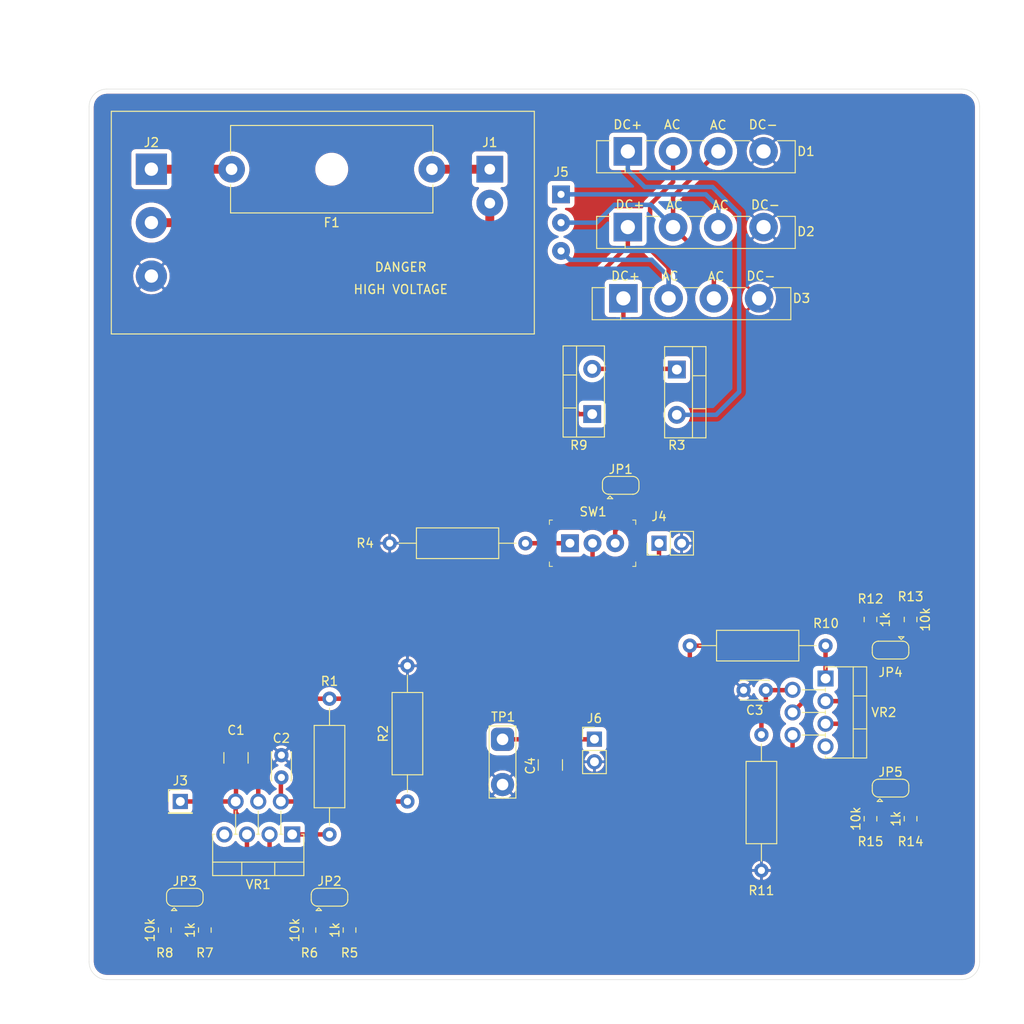
<source format=kicad_pcb>
(kicad_pcb (version 20171130) (host pcbnew "(5.1.5)-3")
  (layers (0 F.Cu signal) (31 B.Cu signal) (34 B.Paste user) (35 F.Paste user) (36 B.SilkS user) (37 F.SilkS user) (38 B.Mask user) (39 F.Mask user) (44 Edge.Cuts user))
  (net 0 "")
  (net 1 GND)
  (net 2 /IN)
  (net 3 "Net-(C2-Pad1)")
  (net 4 "Net-(C3-Pad1)")
  (net 5 "Net-(D1-Pad1)")
  (net 6 "Net-(D1-Pad2)")
  (net 7 "Net-(D1-Pad3)")
  (net 8 "Net-(D2-Pad1)")
  (net 9 "Net-(D2-Pad3)")
  (net 10 "Net-(D3-Pad1)")
  (net 11 "Net-(J4-Pad1)")
  (net 12 "Net-(JP1-Pad2)")
  (net 13 "Net-(JP1-Pad3)")
  (net 14 /ImonVR1)
  (net 15 "Net-(JP2-Pad3)")
  (net 16 "Net-(JP2-Pad1)")
  (net 17 /TEMP1)
  (net 18 "Net-(JP3-Pad3)")
  (net 19 "Net-(JP3-Pad1)")
  (net 20 /ImonVR2)
  (net 21 "Net-(JP4-Pad3)")
  (net 22 "Net-(JP4-Pad1)")
  (net 23 /TEMP2)
  (net 24 "Net-(JP5-Pad3)")
  (net 25 "Net-(JP5-Pad1)")
  (net 26 /OUT)
  (net 27 "Net-(R1-Pad1)")
  (net 28 "Net-(R4-Pad1)")
  (net 29 "Net-(R10-Pad1)")
  (net 30 "Net-(VR1-Pad7)")
  (net 31 "Net-(VR2-Pad7)")
  (net 32 /MHPF)
  (net 33 /MHPOF)
  (net 34 /MN)
  (module Symbol:Symbol_HighVoltage_Type2_CopperTop_VerySmall (layer F.Cu) (at 106.75 73.5)
    (fp_text reference REF** hide)
    (fp_text value Symbol_HighVoltage_Type2_CopperTop_VerySmall hide)
    (fp_line (start -4.699 2.794) (end 0 -4.191) (layer F.Cu) (width 0.381))
    (fp_line (start 4.699 2.794) (end -4.699 2.794) (layer F.Cu) (width 0.381))
    (fp_line (start 0 -4.191) (end 4.699 2.794) (layer F.Cu) (width 0.381))
    (fp_line (start -0.49784 2.19964) (end -0.59944 1.30048) (layer F.Cu) (width 0.381))
    (fp_line (start 0.29972 -0.59944) (end -0.49784 2.19964) (layer F.Cu) (width 0.381))
    (fp_line (start -0.89916 0.20066) (end 0.29972 -0.59944) (layer F.Cu) (width 0.381))
    (fp_line (start -0.09906 -2.79908) (end -0.89916 0.20066) (layer F.Cu) (width 0.381))
    (fp_line (start -0.49784 2.19964) (end 0.1016 1.50114) (layer F.Cu) (width 0.381))
    (fp_line (start -0.89916 0.20066) (end 0.40132 -2.60096) (layer F.Cu) (width 0.381))
    (fp_line (start 0.70104 -0.89916) (end 0.1016 -0.50038) (layer F.Cu) (width 0.381))
    (fp_line (start -0.49784 2.19964) (end 0.70104 -0.89916) (layer F.Cu) (width 0.381))
  )
  (module Resistor_THT:R_Axial_DIN0309_L9.0mm_D3.2mm_P15.24mm_Horizontal (layer F.Cu) (at 120.75 130 90)
    (fp_text reference R2 (at 7.62 -2.72 90) (layer F.SilkS))
    (fp_text value 100k)
    (pad 2 thru_hole oval (at 15.24 0 90) (size 1.6 1.6) (drill 0.8) (layers *.Cu *.Mask) (net 1 GND))
    (pad 1 thru_hole circle (at 0 0 90) (size 1.6 1.6) (drill 0.8) (layers *.Cu *.Mask) (net 3 "Net-(C2-Pad1)"))
  )
  (module Resistor_THT:R_Axial_DIN0309_L9.0mm_D3.2mm_P15.24mm_Horizontal (layer F.Cu) (at 160.5 122.5 270)
    (fp_text reference R11 (at 17.5 0 180) (layer F.SilkS))
    (fp_text value 100k)
    (pad 2 thru_hole oval (at 15.24 0 270) (size 1.6 1.6) (drill 0.8) (layers *.Cu *.Mask) (net 1 GND))
    (pad 1 thru_hole circle (at 0 0 270) (size 1.6 1.6) (drill 0.8) (layers *.Cu *.Mask) (net 4 "Net-(C3-Pad1)"))
  )
  (module Resistor_THT:R_Axial_DIN0309_L9.0mm_D3.2mm_P15.24mm_Horizontal (layer F.Cu) (at 112 133.7 90)
    (fp_text reference R1 (at 17.2 0 180) (layer F.SilkS))
    (fp_text value 3.3k)
    (pad 2 thru_hole oval (at 15.24 0 90) (size 1.6 1.6) (drill 0.8) (layers *.Cu *.Mask) (net 26 /OUT))
    (pad 1 thru_hole circle (at 0 0 90) (size 1.6 1.6) (drill 0.8) (layers *.Cu *.Mask) (net 27 "Net-(R1-Pad1)"))
  )
  (module Resistor_THT:R_Axial_DIN0309_L9.0mm_D3.2mm_P15.24mm_Horizontal (layer F.Cu) (at 167.7 112.5 180)
    (fp_text reference R10 (at -0.05 2.5) (layer F.SilkS))
    (fp_text value 3.3k)
    (pad 2 thru_hole oval (at 15.24 0 180) (size 1.6 1.6) (drill 0.8) (layers *.Cu *.Mask) (net 26 /OUT))
    (pad 1 thru_hole circle (at 0 0 180) (size 1.6 1.6) (drill 0.8) (layers *.Cu *.Mask) (net 29 "Net-(R10-Pad1)"))
  )
  (module TestPoint:TestPoint_2Pads_Pitch5.08mm_Drill1.3mm (layer F.Cu) (at 131.43 123.02 270)
    (fp_text reference TP1 (at -2.52 -0.07 180) (layer F.SilkS))
    (fp_text value TestPoint_2Pole)
    (pad 2 thru_hole circle (at 5.08 0 270) (size 2.6 2.6) (drill 1.3) (layers *.Cu *.Mask) (net 1 GND))
    (pad 1 thru_hole roundrect (at 0 0 270) (size 2.6 2.6) (drill 1.3) (layers *.Cu *.Mask) (net 26 /OUT))
  )
  (module Connector_PinHeader_2.54mm:PinHeader_1x02_P2.54mm_Vertical (layer F.Cu) (at 141.75 123)
    (fp_text reference J6 (at 0 -2.33) (layer F.SilkS))
    (fp_text value Conn_01x02_Female)
    (pad 2 thru_hole oval (at 0 2.54) (size 1.7 1.7) (drill 1) (layers *.Cu *.Mask) (net 1 GND))
    (pad 1 thru_hole rect (at 0 0) (size 1.7 1.7) (drill 1) (layers *.Cu *.Mask) (net 26 /OUT))
  )
  (module Capacitor_SMD:C_1210_3225Metric (layer F.Cu) (at 136.8 125.9 270)
    (fp_text reference C4 (at 0.1 2.25 90) (layer F.SilkS))
    (fp_text value 10uF)
    (pad 2 smd roundrect (at 1.4 0 270) (size 1.25 2.65) (layers F.Cu F.Paste F.Mask) (roundrect_rratio 0.2) (net 1 GND))
    (pad 1 smd roundrect (at -1.4 0 270) (size 1.25 2.65) (layers F.Cu F.Paste F.Mask) (roundrect_rratio 0.2) (net 26 /OUT))
  )
  (module Package_TO_SOT_THT:TO-220-2_Vertical (layer F.Cu) (at 141.5 86.5 90)
    (fp_text reference R9 (at -3.5 -1.5 180) (layer F.SilkS))
    (fp_text value 0.1Ω)
    (pad 2 thru_hole oval (at 5.08 0 90) (size 2 2) (drill 1.1) (layers *.Cu *.Mask) (net 13 "Net-(JP1-Pad3)"))
    (pad 1 thru_hole rect (at 0 0 90) (size 2 2) (drill 1.1) (layers *.Cu *.Mask) (net 8 "Net-(D2-Pad1)"))
  )
  (module Package_TO_SOT_THT:TO-220-2_Vertical (layer F.Cu) (at 151 81.5 270)
    (fp_text reference R3 (at 8.5 0 180) (layer F.SilkS))
    (fp_text value 0.1Ω)
    (pad 2 thru_hole oval (at 5.08 0 270) (size 2 2) (drill 1.1) (layers *.Cu *.Mask) (net 5 "Net-(D1-Pad1)"))
    (pad 1 thru_hole rect (at 0 0 270) (size 2 2) (drill 1.1) (layers *.Cu *.Mask) (net 13 "Net-(JP1-Pad3)"))
  )
  (module Connector_Wire:SolderWirePad_1x03_P4.445mm_Drill1.5mm (layer F.Cu) (at 92 62 270)
    (fp_text reference J2 (at -6 0) (layer F.SilkS))
    (fp_text value AC_IN)
    (pad 3 thru_hole circle (at 9 0 270) (size 3.50012 3.50012) (drill 1.50114) (layers *.Cu *.Mask) (net 1 GND))
    (pad 2 thru_hole circle (at 3 0 270) (size 3.50012 3.50012) (drill 1.50114) (layers *.Cu *.Mask) (net 34 /MN))
    (pad 1 thru_hole rect (at -3 0 270) (size 3.50012 3.50012) (drill 1.50114) (layers *.Cu *.Mask) (net 32 /MHPF))
  )
  (module Package_TO_SOT_THT:TO-220-7_P2.54x3.7mm_StaggerEven_Lead3.8mm_Vertical (layer F.Cu) (at 167.7 116.19 270)
    (fp_text reference VR2 (at 3.81 -6.55 180) (layer F.SilkS))
    (fp_text value LT3081)
    (pad 7 thru_hole oval (at 7.62 0 270) (size 1.8 1.8) (drill 1.1) (layers *.Cu *.Mask) (net 31 "Net-(VR2-Pad7)"))
    (pad 6 thru_hole oval (at 6.35 3.7 270) (size 1.8 1.8) (drill 1.1) (layers *.Cu *.Mask) (net 2 /IN))
    (pad 5 thru_hole oval (at 5.08 0 270) (size 1.8 1.8) (drill 1.1) (layers *.Cu *.Mask) (net 23 /TEMP2))
    (pad 4 thru_hole oval (at 3.81 3.7 270) (size 1.8 1.8) (drill 1.1) (layers *.Cu *.Mask) (net 26 /OUT))
    (pad 3 thru_hole oval (at 2.54 0 270) (size 1.8 1.8) (drill 1.1) (layers *.Cu *.Mask) (net 20 /ImonVR2))
    (pad 2 thru_hole oval (at 1.27 3.7 270) (size 1.8 1.8) (drill 1.1) (layers *.Cu *.Mask) (net 4 "Net-(C3-Pad1)"))
    (pad 1 thru_hole rect (at 0 0 270) (size 1.8 1.8) (drill 1.1) (layers *.Cu *.Mask) (net 29 "Net-(R10-Pad1)"))
  )
  (module Package_TO_SOT_THT:TO-220-7_P2.54x3.7mm_StaggerEven_Lead3.8mm_Vertical (layer F.Cu) (at 107.81 133.7 180)
    (fp_text reference VR1 (at 3.81 -5.62) (layer F.SilkS))
    (fp_text value LT3081)
    (pad 7 thru_hole oval (at 7.62 0 180) (size 1.8 1.8) (drill 1.1) (layers *.Cu *.Mask) (net 30 "Net-(VR1-Pad7)"))
    (pad 6 thru_hole oval (at 6.35 3.7 180) (size 1.8 1.8) (drill 1.1) (layers *.Cu *.Mask) (net 2 /IN))
    (pad 5 thru_hole oval (at 5.08 0 180) (size 1.8 1.8) (drill 1.1) (layers *.Cu *.Mask) (net 17 /TEMP1))
    (pad 4 thru_hole oval (at 3.81 3.7 180) (size 1.8 1.8) (drill 1.1) (layers *.Cu *.Mask) (net 26 /OUT))
    (pad 3 thru_hole oval (at 2.54 0 180) (size 1.8 1.8) (drill 1.1) (layers *.Cu *.Mask) (net 14 /ImonVR1))
    (pad 2 thru_hole oval (at 1.27 3.7 180) (size 1.8 1.8) (drill 1.1) (layers *.Cu *.Mask) (net 3 "Net-(C2-Pad1)"))
    (pad 1 thru_hole rect (at 0 0 180) (size 1.8 1.8) (drill 1.1) (layers *.Cu *.Mask) (net 27 "Net-(R1-Pad1)"))
  )
  (module digikey-footprints:Switch_Toggle_ATE1D-2M3-10-Z (layer F.Cu) (at 141.54 101)
    (fp_text reference SW1 (at 0.06 -3.53) (layer F.SilkS))
    (fp_text value PWR_SW)
    (pad 3 thru_hole circle (at 2.54 0) (size 2 2) (drill 1) (layers *.Cu *.Mask) (net 12 "Net-(JP1-Pad2)"))
    (pad 2 thru_hole circle (at 0 0) (size 2 2) (drill 1) (layers *.Cu *.Mask) (net 11 "Net-(J4-Pad1)"))
    (pad 1 thru_hole rect (at -2.54 0) (size 2 2) (drill 1) (layers *.Cu *.Mask) (net 28 "Net-(R4-Pad1)"))
  )
  (module Resistor_SMD:R_0805_2012Metric (layer F.Cu) (at 172.75 131.9375 270)
    (fp_text reference R15 (at 2.5625 0 180) (layer F.SilkS))
    (fp_text value 10k (at 0 1.65 90) (layer F.SilkS))
    (pad 2 smd roundrect (at 0.9375 0 270) (size 0.975 1.4) (layers F.Cu F.Paste F.Mask) (net 1 GND))
    (pad 1 smd roundrect (at -0.9375 0 270) (size 0.975 1.4) (layers F.Cu F.Paste F.Mask) (net 25 "Net-(JP5-Pad1)"))
  )
  (module Resistor_SMD:R_0805_2012Metric (layer F.Cu) (at 177.25 131.9375 270)
    (fp_text reference R14 (at 2.5625 0 180) (layer F.SilkS))
    (fp_text value 1k (at 0 1.65 90) (layer F.SilkS))
    (pad 2 smd roundrect (at 0.9375 0 270) (size 0.975 1.4) (layers F.Cu F.Paste F.Mask) (net 1 GND))
    (pad 1 smd roundrect (at -0.9375 0 270) (size 0.975 1.4) (layers F.Cu F.Paste F.Mask) (net 24 "Net-(JP5-Pad3)"))
  )
  (module Resistor_SMD:R_0805_2012Metric (layer F.Cu) (at 177.25 109.5625 90)
    (fp_text reference R13 (at 2.5625 0 180) (layer F.SilkS))
    (fp_text value 10k (at 0 1.65 90) (layer F.SilkS))
    (pad 2 smd roundrect (at 0.9375 0 90) (size 0.975 1.4) (layers F.Cu F.Paste F.Mask) (net 1 GND))
    (pad 1 smd roundrect (at -0.9375 0 90) (size 0.975 1.4) (layers F.Cu F.Paste F.Mask) (net 22 "Net-(JP4-Pad1)"))
  )
  (module Resistor_SMD:R_0805_2012Metric (layer F.Cu) (at 172.75 109.5625 90)
    (fp_text reference R12 (at 2.3125 0 180) (layer F.SilkS))
    (fp_text value 1k (at 0 1.65 90) (layer F.SilkS))
    (pad 2 smd roundrect (at 0.9375 0 90) (size 0.975 1.4) (layers F.Cu F.Paste F.Mask) (net 1 GND))
    (pad 1 smd roundrect (at -0.9375 0 90) (size 0.975 1.4) (layers F.Cu F.Paste F.Mask) (net 21 "Net-(JP4-Pad3)"))
  )
  (module Resistor_SMD:R_0805_2012Metric (layer F.Cu) (at 93.5 144.4375 270)
    (fp_text reference R8 (at 2.5625 0 180) (layer F.SilkS))
    (fp_text value 10k (at 0 1.65 90) (layer F.SilkS))
    (pad 2 smd roundrect (at 0.9375 0 270) (size 0.975 1.4) (layers F.Cu F.Paste F.Mask) (net 1 GND))
    (pad 1 smd roundrect (at -0.9375 0 270) (size 0.975 1.4) (layers F.Cu F.Paste F.Mask) (net 19 "Net-(JP3-Pad1)"))
  )
  (module Resistor_SMD:R_0805_2012Metric (layer F.Cu) (at 98 144.4375 270)
    (fp_text reference R7 (at 2.5625 0 180) (layer F.SilkS))
    (fp_text value 1k (at 0 1.65 90) (layer F.SilkS))
    (pad 2 smd roundrect (at 0.9375 0 270) (size 0.975 1.4) (layers F.Cu F.Paste F.Mask) (net 1 GND))
    (pad 1 smd roundrect (at -0.9375 0 270) (size 0.975 1.4) (layers F.Cu F.Paste F.Mask) (net 18 "Net-(JP3-Pad3)"))
  )
  (module Resistor_SMD:R_0805_2012Metric (layer F.Cu) (at 109.75 144.4375 270)
    (fp_text reference R6 (at 2.5625 0 180) (layer F.SilkS))
    (fp_text value 10k (at 0 1.65 90) (layer F.SilkS))
    (pad 2 smd roundrect (at 0.9375 0 270) (size 0.975 1.4) (layers F.Cu F.Paste F.Mask) (net 1 GND))
    (pad 1 smd roundrect (at -0.9375 0 270) (size 0.975 1.4) (layers F.Cu F.Paste F.Mask) (net 16 "Net-(JP2-Pad1)"))
  )
  (module Resistor_SMD:R_0805_2012Metric (layer F.Cu) (at 114.25 144.4375 270)
    (fp_text reference R5 (at 2.5625 0 180) (layer F.SilkS))
    (fp_text value 1k (at 0 1.65 90) (layer F.SilkS))
    (pad 2 smd roundrect (at 0.9375 0 270) (size 0.975 1.4) (layers F.Cu F.Paste F.Mask) (net 1 GND))
    (pad 1 smd roundrect (at -0.9375 0 270) (size 0.975 1.4) (layers F.Cu F.Paste F.Mask) (net 15 "Net-(JP2-Pad3)"))
  )
  (module Resistor_THT:R_Axial_DIN0309_L9.0mm_D3.2mm_P15.24mm_Horizontal (layer F.Cu) (at 134 101 180)
    (fp_text reference R4 (at 18 0) (layer F.SilkS))
    (fp_text value 100k)
    (pad 2 thru_hole oval (at 15.24 0 180) (size 1.6 1.6) (drill 0.8) (layers *.Cu *.Mask) (net 1 GND))
    (pad 1 thru_hole circle (at 0 0 180) (size 1.6 1.6) (drill 0.8) (layers *.Cu *.Mask) (net 28 "Net-(R4-Pad1)"))
  )
  (module Jumper:SolderJumper-3_P1.3mm_Open_RoundedPad1.0x1.5mm (layer F.Cu) (at 175 128.5)
    (fp_text reference JP5 (at 0 -1.8) (layer F.SilkS))
    (fp_text value Jumper_3_Open)
    (pad 2 smd rect (at 0 0) (size 1 1.5) (layers F.Cu F.Mask) (net 23 /TEMP2))
    (pad 3 smd custom (at 1.3 0) (size 1 0.5) (layers F.Cu F.Mask) (net 24 "Net-(JP5-Pad3)") (options (clearance outline) (anchor rect)) (primitives (gr_circle (center 0 0.25) (end 0.5 0.25) (width 0)) (gr_circle (center 0 -0.25) (end 0.5 -0.25) (width 0)) (gr_poly (pts (xy -0.55 -0.75) (xy 0 -0.75) (xy 0 0.75) (xy -0.55 0.75)) (width 0))))
    (pad 1 smd custom (at -1.3 0) (size 1 0.5) (layers F.Cu F.Mask) (net 25 "Net-(JP5-Pad1)") (options (clearance outline) (anchor rect)) (primitives (gr_circle (center 0 0.25) (end 0.5 0.25) (width 0)) (gr_circle (center 0 -0.25) (end 0.5 -0.25) (width 0)) (gr_poly (pts (xy 0.55 -0.75) (xy 0 -0.75) (xy 0 0.75) (xy 0.55 0.75)) (width 0))))
  )
  (module Jumper:SolderJumper-3_P1.3mm_Open_RoundedPad1.0x1.5mm (layer F.Cu) (at 175 113 180)
    (fp_text reference JP4 (at 0 -2.5) (layer F.SilkS))
    (fp_text value Jumper_3_Open)
    (pad 2 smd rect (at 0 0 180) (size 1 1.5) (layers F.Cu F.Mask) (net 20 /ImonVR2))
    (pad 3 smd custom (at 1.3 0 180) (size 1 0.5) (layers F.Cu F.Mask) (net 21 "Net-(JP4-Pad3)") (options (clearance outline) (anchor rect)) (primitives (gr_circle (center 0 0.25) (end 0.5 0.25) (width 0)) (gr_circle (center 0 -0.25) (end 0.5 -0.25) (width 0)) (gr_poly (pts (xy -0.55 -0.75) (xy 0 -0.75) (xy 0 0.75) (xy -0.55 0.75)) (width 0))))
    (pad 1 smd custom (at -1.3 0 180) (size 1 0.5) (layers F.Cu F.Mask) (net 22 "Net-(JP4-Pad1)") (options (clearance outline) (anchor rect)) (primitives (gr_circle (center 0 0.25) (end 0.5 0.25) (width 0)) (gr_circle (center 0 -0.25) (end 0.5 -0.25) (width 0)) (gr_poly (pts (xy 0.55 -0.75) (xy 0 -0.75) (xy 0 0.75) (xy 0.55 0.75)) (width 0))))
  )
  (module Jumper:SolderJumper-3_P1.3mm_Open_RoundedPad1.0x1.5mm (layer F.Cu) (at 95.75 140.75)
    (fp_text reference JP3 (at 0 -1.8) (layer F.SilkS))
    (fp_text value Jumper_3_Open)
    (pad 2 smd rect (at 0 0) (size 1 1.5) (layers F.Cu F.Mask) (net 17 /TEMP1))
    (pad 3 smd custom (at 1.3 0) (size 1 0.5) (layers F.Cu F.Mask) (net 18 "Net-(JP3-Pad3)") (options (clearance outline) (anchor rect)) (primitives (gr_circle (center 0 0.25) (end 0.5 0.25) (width 0)) (gr_circle (center 0 -0.25) (end 0.5 -0.25) (width 0)) (gr_poly (pts (xy -0.55 -0.75) (xy 0 -0.75) (xy 0 0.75) (xy -0.55 0.75)) (width 0))))
    (pad 1 smd custom (at -1.3 0) (size 1 0.5) (layers F.Cu F.Mask) (net 19 "Net-(JP3-Pad1)") (options (clearance outline) (anchor rect)) (primitives (gr_circle (center 0 0.25) (end 0.5 0.25) (width 0)) (gr_circle (center 0 -0.25) (end 0.5 -0.25) (width 0)) (gr_poly (pts (xy 0.55 -0.75) (xy 0 -0.75) (xy 0 0.75) (xy 0.55 0.75)) (width 0))))
  )
  (module Jumper:SolderJumper-3_P1.3mm_Open_RoundedPad1.0x1.5mm (layer F.Cu) (at 112 140.75)
    (fp_text reference JP2 (at 0 -1.8) (layer F.SilkS))
    (fp_text value Jumper_3_Open)
    (pad 2 smd rect (at 0 0) (size 1 1.5) (layers F.Cu F.Mask) (net 14 /ImonVR1))
    (pad 3 smd custom (at 1.3 0) (size 1 0.5) (layers F.Cu F.Mask) (net 15 "Net-(JP2-Pad3)") (options (clearance outline) (anchor rect)) (primitives (gr_circle (center 0 0.25) (end 0.5 0.25) (width 0)) (gr_circle (center 0 -0.25) (end 0.5 -0.25) (width 0)) (gr_poly (pts (xy -0.55 -0.75) (xy 0 -0.75) (xy 0 0.75) (xy -0.55 0.75)) (width 0))))
    (pad 1 smd custom (at -1.3 0) (size 1 0.5) (layers F.Cu F.Mask) (net 16 "Net-(JP2-Pad1)") (options (clearance outline) (anchor rect)) (primitives (gr_circle (center 0 0.25) (end 0.5 0.25) (width 0)) (gr_circle (center 0 -0.25) (end 0.5 -0.25) (width 0)) (gr_poly (pts (xy 0.55 -0.75) (xy 0 -0.75) (xy 0 0.75) (xy 0.55 0.75)) (width 0))))
  )
  (module Jumper:SolderJumper-3_P1.3mm_Open_RoundedPad1.0x1.5mm (layer F.Cu) (at 144.7 94.5)
    (fp_text reference JP1 (at 0 -1.8) (layer F.SilkS))
    (fp_text value Jumper_3_Open)
    (pad 2 smd rect (at 0 0) (size 1 1.5) (layers F.Cu F.Mask) (net 12 "Net-(JP1-Pad2)"))
    (pad 3 smd custom (at 1.3 0) (size 1 0.5) (layers F.Cu F.Mask) (net 13 "Net-(JP1-Pad3)") (options (clearance outline) (anchor rect)) (primitives (gr_circle (center 0 0.25) (end 0.5 0.25) (width 0)) (gr_circle (center 0 -0.25) (end 0.5 -0.25) (width 0)) (gr_poly (pts (xy -0.55 -0.75) (xy 0 -0.75) (xy 0 0.75) (xy -0.55 0.75)) (width 0))))
    (pad 1 smd custom (at -1.3 0) (size 1 0.5) (layers F.Cu F.Mask) (net 10 "Net-(D3-Pad1)") (options (clearance outline) (anchor rect)) (primitives (gr_circle (center 0 0.25) (end 0.5 0.25) (width 0)) (gr_circle (center 0 -0.25) (end 0.5 -0.25) (width 0)) (gr_poly (pts (xy 0.55 -0.75) (xy 0 -0.75) (xy 0 0.75) (xy 0.55 0.75)) (width 0))))
  )
  (module Connector_Wire:SolderWirePad_1x03_P3.175mm_Drill0.8mm (layer F.Cu) (at 138 61.825 270)
    (fp_text reference J5 (at -2.5 0 180) (layer F.SilkS))
    (fp_text value TRANSFORMER_IN)
    (pad 3 thru_hole circle (at 6.35 0 270) (size 1.99898 1.99898) (drill 0.8001) (layers *.Cu *.Mask) (net 6 "Net-(D1-Pad2)"))
    (pad 2 thru_hole circle (at 3.175 0 270) (size 1.99898 1.99898) (drill 0.8001) (layers *.Cu *.Mask) (net 7 "Net-(D1-Pad3)"))
    (pad 1 thru_hole rect (at 0 0 270) (size 1.99898 1.99898) (drill 0.8001) (layers *.Cu *.Mask) (net 9 "Net-(D2-Pad3)"))
  )
  (module Connector_PinHeader_2.54mm:PinHeader_1x02_P2.54mm_Vertical (layer F.Cu) (at 149 101 90)
    (fp_text reference J4 (at 3 0 180) (layer F.SilkS))
    (fp_text value TO_FILTER)
    (pad 2 thru_hole oval (at 0 2.54 90) (size 1.7 1.7) (drill 1) (layers *.Cu *.Mask) (net 1 GND))
    (pad 1 thru_hole rect (at 0 0 90) (size 1.7 1.7) (drill 1) (layers *.Cu *.Mask) (net 11 "Net-(J4-Pad1)"))
  )
  (module Connector_PinHeader_2.54mm:PinHeader_1x01_P2.54mm_Vertical (layer F.Cu) (at 95.25 130)
    (fp_text reference J3 (at 0 -2.33) (layer F.SilkS))
    (fp_text value FROM_FILTER)
    (pad 1 thru_hole rect (at 0 0) (size 1.7 1.7) (drill 1) (layers *.Cu *.Mask) (net 2 /IN))
  )
  (module Connector_Wire:SolderWirePad_1x02_P3.81mm_Drill1.2mm (layer F.Cu) (at 130 59 270)
    (fp_text reference J1 (at -3 0 180) (layer F.SilkS))
    (fp_text value MAINS_OUT)
    (pad 2 thru_hole circle (at 3.81 0 270) (size 2.99974 2.99974) (drill 1.19888) (layers *.Cu *.Mask) (net 34 /MN))
    (pad 1 thru_hole rect (at 0 0 270) (size 2.99974 2.99974) (drill 1.19888) (layers *.Cu *.Mask) (net 33 /MHPOF))
  )
  (module Fuse:Fuseholder_Cylinder-5x20mm_Schurter_0031_8201_Horizontal_Open (layer F.Cu) (at 123.5 59 180)
    (fp_text reference F1 (at 11.25 -6) (layer F.SilkS))
    (fp_text value Fuse)
    (pad "" np_thru_hole circle (at 11.25 0 180) (size 2.7 2.7) (drill 2.7) (layers *.Cu *.Mask))
    (pad 2 thru_hole circle (at 22.5 0 180) (size 3 3) (drill 1.3) (layers *.Cu *.Mask) (net 32 /MHPF))
    (pad 1 thru_hole circle (at 0 0 180) (size 3 3) (drill 1.3) (layers *.Cu *.Mask) (net 33 /MHPOF))
  )
  (module Diode_THT:Diode_Bridge_Vishay_GBU (layer F.Cu) (at 145 73.5)
    (fp_text reference D3 (at 20 0 180) (layer F.SilkS))
    (fp_text value D_Bridge_+AA-)
    (pad 1 thru_hole rect (at 0 0) (size 3.2 3.2) (drill 1.6) (layers *.Cu *.Mask) (net 10 "Net-(D3-Pad1)"))
    (pad 2 thru_hole circle (at 5.08 0) (size 3.2 3.2) (drill 1.6) (layers *.Cu *.Mask) (net 6 "Net-(D1-Pad2)"))
    (pad 3 thru_hole circle (at 10.16 0) (size 3.2 3.2) (drill 1.6) (layers *.Cu *.Mask) (net 7 "Net-(D1-Pad3)"))
    (pad 4 thru_hole circle (at 15.24 0) (size 3.2 3.2) (drill 1.6) (layers *.Cu *.Mask) (net 1 GND))
  )
  (module Diode_THT:Diode_Bridge_Vishay_GBU (layer F.Cu) (at 145.5 65.5)
    (fp_text reference D2 (at 20 0.5 180) (layer F.SilkS))
    (fp_text value D_Bridge_+AA-)
    (pad 1 thru_hole rect (at 0 0) (size 3.2 3.2) (drill 1.6) (layers *.Cu *.Mask) (net 8 "Net-(D2-Pad1)"))
    (pad 2 thru_hole circle (at 5.08 0) (size 3.2 3.2) (drill 1.6) (layers *.Cu *.Mask) (net 7 "Net-(D1-Pad3)"))
    (pad 3 thru_hole circle (at 10.16 0) (size 3.2 3.2) (drill 1.6) (layers *.Cu *.Mask) (net 9 "Net-(D2-Pad3)"))
    (pad 4 thru_hole circle (at 15.24 0) (size 3.2 3.2) (drill 1.6) (layers *.Cu *.Mask) (net 1 GND))
  )
  (module Diode_THT:Diode_Bridge_Vishay_GBU (layer F.Cu) (at 145.5 57)
    (fp_text reference D1 (at 20 0 180) (layer F.SilkS))
    (fp_text value D_Bridge_+AA-)
    (pad 1 thru_hole rect (at 0 0) (size 3.2 3.2) (drill 1.6) (layers *.Cu *.Mask) (net 5 "Net-(D1-Pad1)"))
    (pad 2 thru_hole circle (at 5.08 0) (size 3.2 3.2) (drill 1.6) (layers *.Cu *.Mask) (net 6 "Net-(D1-Pad2)"))
    (pad 3 thru_hole circle (at 10.16 0) (size 3.2 3.2) (drill 1.6) (layers *.Cu *.Mask) (net 7 "Net-(D1-Pad3)"))
    (pad 4 thru_hole circle (at 15.24 0) (size 3.2 3.2) (drill 1.6) (layers *.Cu *.Mask) (net 1 GND))
  )
  (module Capacitor_THT:C_Disc_D3.0mm_W2.0mm_P2.50mm (layer F.Cu) (at 161 117.5 180)
    (fp_text reference C3 (at 1.25 -2.25) (layer F.SilkS))
    (fp_text value 10pF)
    (pad 2 thru_hole circle (at 2.5 0 180) (size 1.6 1.6) (drill 0.8) (layers *.Cu *.Mask) (net 1 GND))
    (pad 1 thru_hole circle (at 0 0 180) (size 1.6 1.6) (drill 0.8) (layers *.Cu *.Mask) (net 4 "Net-(C3-Pad1)"))
  )
  (module Capacitor_THT:C_Disc_D3.0mm_W2.0mm_P2.50mm (layer F.Cu) (at 106.6 127.3 90)
    (fp_text reference C2 (at 4.4 0 180) (layer F.SilkS))
    (fp_text value 10pF)
    (pad 2 thru_hole circle (at 2.5 0 90) (size 1.6 1.6) (drill 0.8) (layers *.Cu *.Mask) (net 1 GND))
    (pad 1 thru_hole circle (at 0 0 90) (size 1.6 1.6) (drill 0.8) (layers *.Cu *.Mask) (net 3 "Net-(C2-Pad1)"))
  )
  (module Capacitor_SMD:C_1210_3225Metric (layer F.Cu) (at 101.5 125.1 90)
    (fp_text reference C1 (at 3.1 0 180) (layer F.SilkS))
    (fp_text value 10uF)
    (pad 2 smd roundrect (at 1.4 0 90) (size 1.25 2.65) (layers F.Cu F.Paste F.Mask) (roundrect_rratio 0.2) (net 1 GND))
    (pad 1 smd roundrect (at -1.4 0 90) (size 1.25 2.65) (layers F.Cu F.Paste F.Mask) (roundrect_rratio 0.2) (net 2 /IN))
  )
  (gr_line (start 185 52) (end 185 148) (layer Edge.Cuts) (width 0.05))
  (gr_arc (start 183 148) (end 183 150) (angle -90) (layer Edge.Cuts) (width 0.05))
  (gr_line (start 87 150) (end 183 150) (layer Edge.Cuts) (width 0.05))
  (gr_line (start 183 50) (end 87 50) (layer Edge.Cuts) (width 0.05))
  (gr_arc (start 183 52) (end 185 52) (angle -90) (layer Edge.Cuts) (width 0.05))
  (gr_line (start 85 148) (end 85 52) (layer Edge.Cuts) (width 0.05))
  (gr_arc (start 87 148) (end 85 148) (angle -90) (layer Edge.Cuts) (width 0.05))
  (gr_arc (start 87 52) (end 87 50) (angle -90) (layer Edge.Cuts) (width 0.05))
  (gr_text AC (at 155.4 71.05) (layer F.SilkS) (effects (font (size 1 1))))
  (gr_text DC+ (at 145.25 71) (layer F.SilkS) (effects (font (size 1 1))))
  (gr_text AC (at 150.25 71) (layer F.SilkS) (effects (font (size 1 1))))
  (gr_text DC- (at 160.45 71) (layer F.SilkS) (effects (font (size 1 1))))
  (gr_text AC (at 155.9 63.05) (layer F.SilkS) (effects (font (size 1 1))))
  (gr_text DC+ (at 145.75 63) (layer F.SilkS) (effects (font (size 1 1))))
  (gr_text AC (at 150.75 63) (layer F.SilkS) (effects (font (size 1 1))))
  (gr_text DC- (at 160.95 63) (layer F.SilkS) (effects (font (size 1 1))))
  (gr_text DC+ (at 145.5 54) (layer F.SilkS) (effects (font (size 1 1))))
  (gr_text DC- (at 160.7 54) (layer F.SilkS) (effects (font (size 1 1))))
  (gr_text AC (at 155.65 54.05) (layer F.SilkS) (effects (font (size 1 1))))
  (gr_text AC (at 150.5 54) (layer F.SilkS) (effects (font (size 1 1))))
  (gr_text "HIGH VOLTAGE" (at 120 72.5) (layer F.SilkS) (effects (font (size 1 1))))
  (gr_text DANGER (at 120 70) (layer F.SilkS) (effects (font (size 1 1))))
  (gr_line (start 135 77.5) (end 87.5 77.5) (layer F.SilkS) (width 0.12))
  (gr_line (start 135 52.5) (end 135 77.5) (layer F.SilkS) (width 0.12))
  (gr_line (start 87.5 52.5) (end 135 52.5) (layer F.SilkS) (width 0.12))
  (gr_line (start 87.5 77.5) (end 87.5 52.5) (layer F.SilkS) (width 0.12))
  (segment (start 164 124.5) (end 164 122.54) (width 0.5) (layer F.Cu) (net 2))
  (segment (start 156.75 131.75) (end 164 124.5) (width 0.5) (layer F.Cu) (net 2))
  (segment (start 101.46 130) (end 101.46 131.272792) (width 0.5) (layer F.Cu) (net 2))
  (segment (start 101.937208 131.75) (end 156.75 131.75) (width 0.5) (layer F.Cu) (net 2))
  (segment (start 101.46 131.272792) (end 101.937208 131.75) (width 0.5) (layer F.Cu) (net 2))
  (segment (start 95.25 130) (end 101.46 130) (width 0.5) (layer F.Cu) (net 2))
  (segment (start 101.5 129.96) (end 101.46 130) (width 0.5) (layer F.Cu) (net 2))
  (segment (start 101.5 126.5) (end 101.5 129.96) (width 0.5) (layer F.Cu) (net 2))
  (segment (start 106.54 127.36) (end 106.6 127.3) (width 0.5) (layer F.Cu) (net 3))
  (segment (start 106.54 130) (end 106.54 127.36) (width 0.5) (layer F.Cu) (net 3))
  (segment (start 120.75 130) (end 106.54 130) (width 0.5) (layer F.Cu) (net 3))
  (segment (start 163.96 117.5) (end 164 117.46) (width 0.5) (layer F.Cu) (net 4))
  (segment (start 161 117.5) (end 163.96 117.5) (width 0.5) (layer F.Cu) (net 4))
  (segment (start 160.5 122.5) (end 160.5 120.5) (width 0.5) (layer F.Cu) (net 4))
  (segment (start 161 120) (end 161 117.5) (width 0.5) (layer F.Cu) (net 4))
  (segment (start 160.5 120.5) (end 161 120) (width 0.5) (layer F.Cu) (net 4))
  (segment (start 145.5 59.1) (end 147.4 61) (width 0.5) (layer B.Cu) (net 5))
  (segment (start 145.5 57) (end 145.5 59.1) (width 0.5) (layer B.Cu) (net 5))
  (segment (start 147.4 61) (end 155 61) (width 0.5) (layer B.Cu) (net 5))
  (segment (start 155 61) (end 158 64) (width 0.5) (layer B.Cu) (net 5))
  (segment (start 158 64) (end 158 84) (width 0.5) (layer B.Cu) (net 5))
  (segment (start 155.42 86.58) (end 151 86.58) (width 0.5) (layer B.Cu) (net 5))
  (segment (start 158 84) (end 155.42 86.58) (width 0.5) (layer B.Cu) (net 5))
  (segment (start 150.08 73.5) (end 150.08 70.08) (width 0.5) (layer F.Cu) (net 6))
  (segment (start 150.08 70.08) (end 148 68) (width 0.5) (layer F.Cu) (net 6))
  (segment (start 148 68) (end 148 63) (width 0.5) (layer F.Cu) (net 6))
  (segment (start 150.58 60.42) (end 150.58 57) (width 0.5) (layer F.Cu) (net 6))
  (segment (start 148 63) (end 150.58 60.42) (width 0.5) (layer F.Cu) (net 6))
  (segment (start 138.999489 69.174489) (end 148.174489 69.174489) (width 0.5) (layer B.Cu) (net 6))
  (segment (start 138 68.175) (end 138.999489 69.174489) (width 0.5) (layer B.Cu) (net 6))
  (segment (start 150.08 71.08) (end 150.08 73.5) (width 0.5) (layer B.Cu) (net 6))
  (segment (start 148.174489 69.174489) (end 150.08 71.08) (width 0.5) (layer B.Cu) (net 6))
  (segment (start 150.58 62.08) (end 155.66 57) (width 0.5) (layer F.Cu) (net 7))
  (segment (start 150.58 65.5) (end 150.58 62.08) (width 0.5) (layer F.Cu) (net 7))
  (segment (start 155.16 70.08) (end 150.58 65.5) (width 0.5) (layer F.Cu) (net 7))
  (segment (start 155.16 73.5) (end 155.16 70.08) (width 0.5) (layer F.Cu) (net 7))
  (segment (start 150.58 65.5) (end 148.08 63) (width 0.5) (layer B.Cu) (net 7))
  (segment (start 148.08 63) (end 144 63) (width 0.5) (layer B.Cu) (net 7))
  (segment (start 142 65) (end 138 65) (width 0.5) (layer B.Cu) (net 7))
  (segment (start 144 63) (end 142 65) (width 0.5) (layer B.Cu) (net 7))
  (segment (start 138 75.1) (end 145.5 67.6) (width 0.5) (layer F.Cu) (net 8))
  (segment (start 138 84.5) (end 138 75.1) (width 0.5) (layer F.Cu) (net 8))
  (segment (start 145.5 67.6) (end 145.5 65.5) (width 0.5) (layer F.Cu) (net 8))
  (segment (start 141.5 86.5) (end 140 86.5) (width 0.5) (layer F.Cu) (net 8))
  (segment (start 140 86.5) (end 138 84.5) (width 0.5) (layer F.Cu) (net 8))
  (segment (start 139.49949 61.825) (end 138 61.825) (width 0.5) (layer B.Cu) (net 9))
  (segment (start 154.247741 61.825) (end 139.49949 61.825) (width 0.5) (layer B.Cu) (net 9))
  (segment (start 155.66 65.5) (end 155.66 63.237259) (width 0.5) (layer B.Cu) (net 9))
  (segment (start 155.66 63.237259) (end 154.247741 61.825) (width 0.5) (layer B.Cu) (net 9))
  (segment (start 143.4 94.5) (end 143.4 90.6) (width 0.5) (layer F.Cu) (net 10))
  (segment (start 143.4 90.6) (end 144 90) (width 0.5) (layer F.Cu) (net 10))
  (segment (start 144 90) (end 144 85) (width 0.5) (layer F.Cu) (net 10))
  (segment (start 144 85) (end 143 84) (width 0.5) (layer F.Cu) (net 10))
  (segment (start 143 84) (end 140 84) (width 0.5) (layer F.Cu) (net 10))
  (segment (start 140 84) (end 139 83) (width 0.5) (layer F.Cu) (net 10))
  (segment (start 139 83) (end 139 81) (width 0.5) (layer F.Cu) (net 10))
  (segment (start 139 81) (end 142 78) (width 0.5) (layer F.Cu) (net 10))
  (segment (start 142 78) (end 144 78) (width 0.5) (layer F.Cu) (net 10))
  (segment (start 145 77) (end 145 73.5) (width 0.5) (layer F.Cu) (net 10))
  (segment (start 144 78) (end 145 77) (width 0.5) (layer F.Cu) (net 10))
  (segment (start 141.54 101) (end 141.54 103.54) (width 0.5) (layer F.Cu) (net 11))
  (segment (start 141.54 103.54) (end 142 104) (width 0.5) (layer F.Cu) (net 11))
  (segment (start 142 104) (end 148 104) (width 0.5) (layer F.Cu) (net 11))
  (segment (start 149 103) (end 149 101) (width 0.5) (layer F.Cu) (net 11))
  (segment (start 148 104) (end 149 103) (width 0.5) (layer F.Cu) (net 11))
  (segment (start 144.7 95.75) (end 144.7 94.5) (width 0.5) (layer F.Cu) (net 12))
  (segment (start 144.7 98.965787) (end 144.7 95.75) (width 0.5) (layer F.Cu) (net 12))
  (segment (start 144.08 101) (end 144.08 99.585787) (width 0.5) (layer F.Cu) (net 12))
  (segment (start 144.08 99.585787) (end 144.7 98.965787) (width 0.5) (layer F.Cu) (net 12))
  (segment (start 150.92 81.42) (end 151 81.5) (width 0.5) (layer F.Cu) (net 13))
  (segment (start 146.58 81.42) (end 146 82) (width 0.5) (layer F.Cu) (net 13))
  (segment (start 147.08 81.42) (end 150.92 81.42) (width 0.5) (layer F.Cu) (net 13))
  (segment (start 147.08 81.42) (end 146.58 81.42) (width 0.5) (layer F.Cu) (net 13))
  (segment (start 146 94.5) (end 146 82) (width 0.5) (layer F.Cu) (net 13))
  (segment (start 146 82) (end 146 81.5) (width 0.5) (layer F.Cu) (net 13))
  (segment (start 144.92 81.42) (end 145.42 81.42) (width 0.5) (layer F.Cu) (net 13))
  (segment (start 141.5 81.42) (end 144.92 81.42) (width 0.5) (layer F.Cu) (net 13))
  (segment (start 145.42 81.42) (end 146 82) (width 0.5) (layer F.Cu) (net 13))
  (segment (start 144.92 81.42) (end 147.08 81.42) (width 0.5) (layer F.Cu) (net 13))
  (segment (start 112 140.75) (end 112 137.75) (width 0.5) (layer F.Cu) (net 14))
  (segment (start 112 137.75) (end 106.25 137.75) (width 0.5) (layer F.Cu) (net 14))
  (segment (start 105.27 136.77) (end 105.27 133.7) (width 0.5) (layer F.Cu) (net 14))
  (segment (start 106.25 137.75) (end 105.27 136.77) (width 0.5) (layer F.Cu) (net 14))
  (segment (start 114 140.75) (end 113.3 140.75) (width 0.5) (layer F.Cu) (net 15))
  (segment (start 114.25 143.5) (end 114.25 141) (width 0.5) (layer F.Cu) (net 15))
  (segment (start 114.25 141) (end 114 140.75) (width 0.5) (layer F.Cu) (net 15))
  (segment (start 110 140.75) (end 110.7 140.75) (width 0.5) (layer F.Cu) (net 16))
  (segment (start 109.75 143.5) (end 109.75 141) (width 0.5) (layer F.Cu) (net 16))
  (segment (start 109.75 141) (end 110 140.75) (width 0.5) (layer F.Cu) (net 16))
  (segment (start 95.75 140.75) (end 95.75 138.5) (width 0.5) (layer F.Cu) (net 17))
  (segment (start 95.75 138.5) (end 96.5 137.75) (width 0.5) (layer F.Cu) (net 17))
  (segment (start 96.5 137.75) (end 101.75 137.75) (width 0.5) (layer F.Cu) (net 17))
  (segment (start 102.73 136.77) (end 102.73 133.7) (width 0.5) (layer F.Cu) (net 17))
  (segment (start 101.75 137.75) (end 102.73 136.77) (width 0.5) (layer F.Cu) (net 17))
  (segment (start 97.75 140.75) (end 97.05 140.75) (width 0.5) (layer F.Cu) (net 18))
  (segment (start 98 143.5) (end 98 141) (width 0.5) (layer F.Cu) (net 18))
  (segment (start 98 141) (end 97.75 140.75) (width 0.5) (layer F.Cu) (net 18))
  (segment (start 93.75 140.75) (end 94.45 140.75) (width 0.5) (layer F.Cu) (net 19))
  (segment (start 93.5 143.5) (end 93.5 141) (width 0.5) (layer F.Cu) (net 19))
  (segment (start 93.5 141) (end 93.75 140.75) (width 0.5) (layer F.Cu) (net 19))
  (segment (start 175 114.75) (end 175 113) (width 0.5) (layer F.Cu) (net 20))
  (segment (start 167.7 118.73) (end 171.02 118.73) (width 0.5) (layer F.Cu) (net 20))
  (segment (start 171.02 118.73) (end 175 114.75) (width 0.5) (layer F.Cu) (net 20))
  (segment (start 172.75 112.75) (end 172.75 110.5) (width 0.5) (layer F.Cu) (net 21))
  (segment (start 173.7 113) (end 173 113) (width 0.5) (layer F.Cu) (net 21))
  (segment (start 173 113) (end 172.75 112.75) (width 0.5) (layer F.Cu) (net 21))
  (segment (start 176.3 113) (end 177 113) (width 0.5) (layer F.Cu) (net 22))
  (segment (start 177.25 112.75) (end 177.25 110.5) (width 0.5) (layer F.Cu) (net 22))
  (segment (start 177 113) (end 177.25 112.75) (width 0.5) (layer F.Cu) (net 22))
  (segment (start 175 123) (end 175 128.5) (width 0.5) (layer F.Cu) (net 23))
  (segment (start 167.7 121.27) (end 173.27 121.27) (width 0.5) (layer F.Cu) (net 23))
  (segment (start 173.27 121.27) (end 175 123) (width 0.5) (layer F.Cu) (net 23))
  (segment (start 177.25 131) (end 177.25 128.75) (width 0.5) (layer F.Cu) (net 24))
  (segment (start 177 128.5) (end 176.3 128.5) (width 0.5) (layer F.Cu) (net 24))
  (segment (start 177.25 128.75) (end 177 128.5) (width 0.5) (layer F.Cu) (net 24))
  (segment (start 173 128.5) (end 173.7 128.5) (width 0.5) (layer F.Cu) (net 25))
  (segment (start 172.75 131) (end 172.75 128.75) (width 0.5) (layer F.Cu) (net 25))
  (segment (start 172.75 128.75) (end 173 128.5) (width 0.5) (layer F.Cu) (net 25))
  (segment (start 104 119.25) (end 104 128.727208) (width 0.5) (layer F.Cu) (net 26))
  (segment (start 112 118.46) (end 104.79 118.46) (width 0.5) (layer F.Cu) (net 26))
  (segment (start 104 128.727208) (end 104 130) (width 0.5) (layer F.Cu) (net 26))
  (segment (start 104.79 118.46) (end 104 119.25) (width 0.5) (layer F.Cu) (net 26))
  (segment (start 164.75 112.5) (end 153.59137 112.5) (width 0.5) (layer F.Cu) (net 26))
  (segment (start 165.75 113.5) (end 164.75 112.5) (width 0.5) (layer F.Cu) (net 26))
  (segment (start 153.59137 112.5) (end 152.46 112.5) (width 0.5) (layer F.Cu) (net 26))
  (segment (start 164 120) (end 165.75 118.25) (width 0.5) (layer F.Cu) (net 26))
  (segment (start 165.75 118.25) (end 165.75 113.5) (width 0.5) (layer F.Cu) (net 26))
  (segment (start 152.46 115.04) (end 152.46 112.5) (width 0.5) (layer F.Cu) (net 26))
  (segment (start 149.04 118.46) (end 152.46 115.04) (width 0.5) (layer F.Cu) (net 26))
  (segment (start 141.73 123.02) (end 141.75 123) (width 0.5) (layer F.Cu) (net 26))
  (segment (start 136.82 118.42) (end 136.8 118.4) (width 0.5) (layer F.Cu) (net 26))
  (segment (start 136.20193 118.40193) (end 136.8 119) (width 0.5) (layer F.Cu) (net 26))
  (segment (start 136.00193 118.40193) (end 136.8 118.4) (width 0.5) (layer F.Cu) (net 26))
  (segment (start 136.8 119) (end 136.82 118.42) (width 0.5) (layer F.Cu) (net 26))
  (segment (start 112 118.46) (end 136.00193 118.40193) (width 0.5) (layer F.Cu) (net 26))
  (segment (start 136.00193 118.40193) (end 136.20193 118.40193) (width 0.5) (layer F.Cu) (net 26))
  (segment (start 137.804926 118.404926) (end 137.395074 118.404926) (width 0.5) (layer F.Cu) (net 26))
  (segment (start 136.8 118.4) (end 137.804926 118.404926) (width 0.5) (layer F.Cu) (net 26))
  (segment (start 137.395074 118.404926) (end 136.8 119) (width 0.5) (layer F.Cu) (net 26))
  (segment (start 137.804926 118.404926) (end 149.04 118.46) (width 0.5) (layer F.Cu) (net 26))
  (segment (start 136.18 123.02) (end 136.8 122.4) (width 0.5) (layer F.Cu) (net 26))
  (segment (start 136.02 123.02) (end 136.18 123.02) (width 0.5) (layer F.Cu) (net 26))
  (segment (start 136.02 123.02) (end 136.82 123.02) (width 0.5) (layer F.Cu) (net 26))
  (segment (start 131.43 123.02) (end 136.02 123.02) (width 0.5) (layer F.Cu) (net 26))
  (segment (start 136.8 122.4) (end 136.8 119) (width 0.5) (layer F.Cu) (net 26))
  (segment (start 136.82 123.02) (end 136.8 122.4) (width 0.5) (layer F.Cu) (net 26))
  (segment (start 137.42 123.02) (end 136.8 122.4) (width 0.5) (layer F.Cu) (net 26))
  (segment (start 137.88 123.02) (end 137.42 123.02) (width 0.5) (layer F.Cu) (net 26))
  (segment (start 137.88 123.02) (end 141.73 123.02) (width 0.5) (layer F.Cu) (net 26))
  (segment (start 136.8 123.04) (end 136.82 123.02) (width 0.5) (layer F.Cu) (net 26))
  (segment (start 136.22 123.02) (end 136.8 123.6) (width 0.5) (layer F.Cu) (net 26))
  (segment (start 136.02 123.02) (end 136.22 123.02) (width 0.5) (layer F.Cu) (net 26))
  (segment (start 136.8 124.5) (end 136.8 123.6) (width 0.5) (layer F.Cu) (net 26))
  (segment (start 136.8 123.6) (end 136.8 123.04) (width 0.5) (layer F.Cu) (net 26))
  (segment (start 137.32 123.02) (end 137.32 123.08) (width 0.5) (layer F.Cu) (net 26))
  (segment (start 136.82 123.02) (end 137.32 123.02) (width 0.5) (layer F.Cu) (net 26))
  (segment (start 137.32 123.08) (end 136.8 123.6) (width 0.5) (layer F.Cu) (net 26))
  (segment (start 137.32 123.02) (end 137.88 123.02) (width 0.5) (layer F.Cu) (net 26))
  (segment (start 107.81 133.7) (end 112 133.7) (width 0.5) (layer F.Cu) (net 27))
  (segment (start 139 101) (end 134 101) (width 0.5) (layer F.Cu) (net 28))
  (segment (start 167.7 116.19) (end 167.7 112.5) (width 0.5) (layer F.Cu) (net 29))
  (segment (start 92 59) (end 101 59) (width 1) (layer F.Cu) (net 32))
  (segment (start 123.5 59) (end 130 59) (width 1) (layer F.Cu) (net 33))
  (segment (start 92 65) (end 121 65) (width 1) (layer F.Cu) (net 34))
  (segment (start 121 65) (end 123 67) (width 1) (layer F.Cu) (net 34))
  (segment (start 123 67) (end 129 67) (width 1) (layer F.Cu) (net 34))
  (segment (start 130 66) (end 130 62.81) (width 1) (layer F.Cu) (net 34))
  (segment (start 129 67) (end 130 66) (width 1) (layer F.Cu) (net 34))
  (zone (net 1) (net_name GND) (layer F.Cu) (connect_pads (clearance 0.508)) (min_thickness 0.254) (fill yes (arc_segments 32) (thermal_gap 0.3) (thermal_bridge_width 0.3))
    (polygon (pts (xy 190 155) (xy 75 155) (xy 75 40) (xy 190 40)))
  )
  (zone (net 1) (net_name GND) (layer B.Cu) (connect_pads (clearance 0.508)) (min_thickness 0.254) (fill yes (arc_segments 32) (thermal_gap 0.3) (thermal_bridge_width 0.3))
    (polygon (pts (xy 190 155) (xy 75 155) (xy 75 40) (xy 190 40)))
  )
)
</source>
